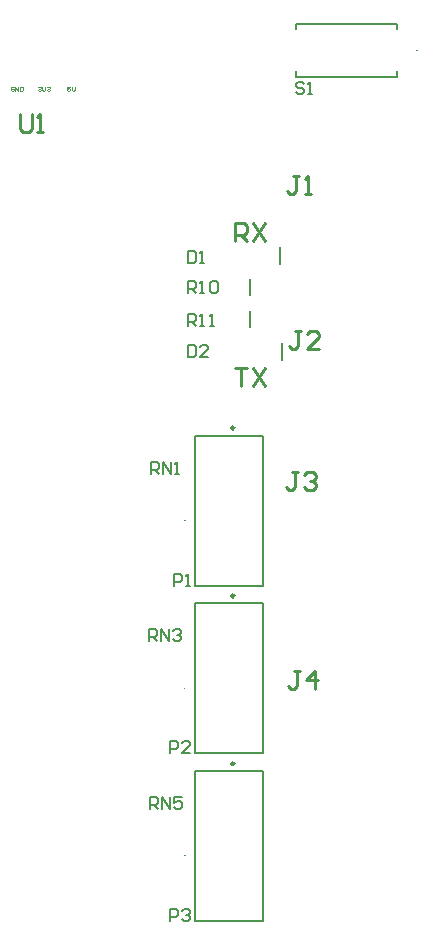
<source format=gbr>
G04*
G04 #@! TF.GenerationSoftware,Altium Limited,Altium Designer,24.3.1 (35)*
G04*
G04 Layer_Color=65535*
%FSLAX25Y25*%
%MOIN*%
G70*
G04*
G04 #@! TF.SameCoordinates,A7121B57-4D76-4085-BD87-85E80D54BB1B*
G04*
G04*
G04 #@! TF.FilePolarity,Positive*
G04*
G01*
G75*
%ADD10C,0.00394*%
%ADD11C,0.00984*%
%ADD12C,0.00787*%
%ADD13C,0.00400*%
%ADD14C,0.01000*%
%ADD15C,0.00800*%
%ADD16R,0.00787X0.05906*%
D10*
X69154Y152400D02*
G03*
X69548Y152400I197J0D01*
G01*
D02*
G03*
X69154Y152400I-197J0D01*
G01*
X-7807Y-60241D02*
G03*
X-8201Y-60241I-197J0D01*
G01*
D02*
G03*
X-7807Y-60241I197J0D01*
G01*
Y-116191D02*
G03*
X-8201Y-116191I-197J0D01*
G01*
D02*
G03*
X-7807Y-116191I197J0D01*
G01*
Y-4291D02*
G03*
X-8201Y-4291I-197J0D01*
G01*
D02*
G03*
X-7807Y-4291I197J0D01*
G01*
D11*
X8500Y-85433D02*
G03*
X8500Y-85433I-500J0D01*
G01*
Y-29483D02*
G03*
X8500Y-29483I-500J0D01*
G01*
Y26467D02*
G03*
X8500Y26467I-500J0D01*
G01*
D12*
X62855Y159290D02*
Y161258D01*
X28997D02*
X62855D01*
X28997Y159290D02*
Y161258D01*
X62855Y143542D02*
Y145510D01*
X28997Y143542D02*
X62855D01*
X28997D02*
Y145510D01*
X-4520Y-138000D02*
X18000D01*
Y-88000D01*
X-4520D02*
X18000D01*
X-4520Y-138000D02*
Y-88000D01*
Y-82050D02*
X18000D01*
Y-32050D01*
X-4520D02*
X18000D01*
X-4520Y-82050D02*
Y-32050D01*
Y-26100D02*
Y23900D01*
X18000D01*
Y-26100D02*
Y23900D01*
X-4520Y-26100D02*
X18000D01*
X13610Y59971D02*
Y65483D01*
X13610Y70604D02*
Y76117D01*
D13*
X-46250Y140199D02*
X-47250D01*
Y139450D01*
X-46750Y139700D01*
X-46500D01*
X-46250Y139450D01*
Y138950D01*
X-46500Y138700D01*
X-47000D01*
X-47250Y138950D01*
X-45750Y140199D02*
Y139200D01*
X-45250Y138700D01*
X-44750Y139200D01*
Y140199D01*
X-56999Y139950D02*
X-56749Y140199D01*
X-56250D01*
X-56000Y139950D01*
Y139700D01*
X-56250Y139450D01*
X-56499D01*
X-56250D01*
X-56000Y139200D01*
Y138950D01*
X-56250Y138700D01*
X-56749D01*
X-56999Y138950D01*
X-55500Y140199D02*
Y139200D01*
X-55000Y138700D01*
X-54500Y139200D01*
Y140199D01*
X-54000Y139950D02*
X-53750Y140199D01*
X-53251D01*
X-53001Y139950D01*
Y139700D01*
X-53251Y139450D01*
X-53500D01*
X-53251D01*
X-53001Y139200D01*
Y138950D01*
X-53251Y138700D01*
X-53750D01*
X-54000Y138950D01*
X-65000Y139950D02*
X-65250Y140199D01*
X-65749D01*
X-65999Y139950D01*
Y138950D01*
X-65749Y138700D01*
X-65250D01*
X-65000Y138950D01*
Y139450D01*
X-65500D01*
X-64500Y138700D02*
Y140199D01*
X-63500Y138700D01*
Y140199D01*
X-63000D02*
Y138700D01*
X-62251D01*
X-62001Y138950D01*
Y139950D01*
X-62251Y140199D01*
X-63000D01*
D14*
X8800Y46498D02*
X12799D01*
X10799D01*
Y40500D01*
X14798Y46498D02*
X18797Y40500D01*
Y46498D02*
X14798Y40500D01*
X8800Y88600D02*
Y94598D01*
X11799D01*
X12799Y93598D01*
Y91599D01*
X11799Y90599D01*
X8800D01*
X10799D02*
X12799Y88600D01*
X14798Y94598D02*
X18797Y88600D01*
Y94598D02*
X14798Y88600D01*
X-63099Y130999D02*
Y126001D01*
X-62099Y125001D01*
X-60100D01*
X-59100Y126001D01*
Y130999D01*
X-57101Y125001D02*
X-55101D01*
X-56101D01*
Y130999D01*
X-57101Y129999D01*
X30300Y-54601D02*
X28301D01*
X29301D01*
Y-59599D01*
X28301Y-60599D01*
X27301D01*
X26302Y-59599D01*
X35299Y-60599D02*
Y-54601D01*
X32300Y-57600D01*
X36298D01*
X29800Y11899D02*
X27801D01*
X28801D01*
Y6901D01*
X27801Y5901D01*
X26801D01*
X25802Y6901D01*
X31800Y10899D02*
X32799Y11899D01*
X34799D01*
X35798Y10899D01*
Y9900D01*
X34799Y8900D01*
X33799D01*
X34799D01*
X35798Y7900D01*
Y6901D01*
X34799Y5901D01*
X32799D01*
X31800Y6901D01*
X30710Y58699D02*
X28710D01*
X29710D01*
Y53701D01*
X28710Y52701D01*
X27711D01*
X26711Y53701D01*
X36708Y52701D02*
X32709D01*
X36708Y56700D01*
Y57699D01*
X35708Y58699D01*
X33709D01*
X32709Y57699D01*
X30209Y110499D02*
X28210D01*
X29210D01*
Y105501D01*
X28210Y104501D01*
X27210D01*
X26211Y105501D01*
X32209Y104501D02*
X34208D01*
X33209D01*
Y110499D01*
X32209Y109499D01*
D15*
X31700Y141033D02*
X31034Y141699D01*
X29701D01*
X29034Y141033D01*
Y140366D01*
X29701Y139700D01*
X31034D01*
X31700Y139033D01*
Y138367D01*
X31034Y137701D01*
X29701D01*
X29034Y138367D01*
X33033Y137701D02*
X34366D01*
X33699D01*
Y141699D01*
X33033Y141033D01*
X-6898Y60501D02*
Y64499D01*
X-4899D01*
X-4233Y63833D01*
Y62500D01*
X-4899Y61834D01*
X-6898D01*
X-5565D02*
X-4233Y60501D01*
X-2900D02*
X-1567D01*
X-2233D01*
Y64499D01*
X-2900Y63833D01*
X433Y60501D02*
X1766D01*
X1099D01*
Y64499D01*
X433Y63833D01*
X-6898Y71301D02*
Y75299D01*
X-4899D01*
X-4233Y74633D01*
Y73300D01*
X-4899Y72634D01*
X-6898D01*
X-5565D02*
X-4233Y71301D01*
X-2900D02*
X-1567D01*
X-2233D01*
Y75299D01*
X-2900Y74633D01*
X433D02*
X1099Y75299D01*
X2432D01*
X3098Y74633D01*
Y71967D01*
X2432Y71301D01*
X1099D01*
X433Y71967D01*
Y74633D01*
X-13032Y-137999D02*
Y-134001D01*
X-11033D01*
X-10367Y-134667D01*
Y-136000D01*
X-11033Y-136667D01*
X-13032D01*
X-9033Y-134667D02*
X-8367Y-134001D01*
X-7034D01*
X-6368Y-134667D01*
Y-135334D01*
X-7034Y-136000D01*
X-7701D01*
X-7034D01*
X-6368Y-136667D01*
Y-137333D01*
X-7034Y-137999D01*
X-8367D01*
X-9033Y-137333D01*
X-13032Y-81999D02*
Y-78001D01*
X-11033D01*
X-10367Y-78667D01*
Y-80000D01*
X-11033Y-80666D01*
X-13032D01*
X-6368Y-81999D02*
X-9033D01*
X-6368Y-79334D01*
Y-78667D01*
X-7034Y-78001D01*
X-8367D01*
X-9033Y-78667D01*
X-11666Y-26099D02*
Y-22101D01*
X-9667D01*
X-9000Y-22767D01*
Y-24100D01*
X-9667Y-24767D01*
X-11666D01*
X-7667Y-26099D02*
X-6334D01*
X-7001D01*
Y-22101D01*
X-7667Y-22767D01*
X-19932Y-44716D02*
Y-40717D01*
X-17932D01*
X-17266Y-41384D01*
Y-42717D01*
X-17932Y-43383D01*
X-19932D01*
X-18599D02*
X-17266Y-44716D01*
X-15933D02*
Y-40717D01*
X-13267Y-44716D01*
Y-40717D01*
X-11934Y-41384D02*
X-11268Y-40717D01*
X-9935D01*
X-9268Y-41384D01*
Y-42050D01*
X-9935Y-42717D01*
X-10601D01*
X-9935D01*
X-9268Y-43383D01*
Y-44049D01*
X-9935Y-44716D01*
X-11268D01*
X-11934Y-44049D01*
X-19632Y-100566D02*
Y-96567D01*
X-17632D01*
X-16966Y-97234D01*
Y-98567D01*
X-17632Y-99233D01*
X-19632D01*
X-18299D02*
X-16966Y-100566D01*
X-15633D02*
Y-96567D01*
X-12967Y-100566D01*
Y-96567D01*
X-8968D02*
X-11634D01*
Y-98567D01*
X-10301Y-97900D01*
X-9635D01*
X-8968Y-98567D01*
Y-99899D01*
X-9635Y-100566D01*
X-10968D01*
X-11634Y-99899D01*
X-19116Y11259D02*
Y15258D01*
X-17116D01*
X-16450Y14592D01*
Y13259D01*
X-17116Y12592D01*
X-19116D01*
X-17783D02*
X-16450Y11259D01*
X-15117D02*
Y15258D01*
X-12451Y11259D01*
Y15258D01*
X-11118Y11259D02*
X-9785D01*
X-10452D01*
Y15258D01*
X-11118Y14592D01*
X-6898Y54199D02*
Y50201D01*
X-4899D01*
X-4233Y50867D01*
Y53533D01*
X-4899Y54199D01*
X-6898D01*
X-234Y50201D02*
X-2900D01*
X-234Y52866D01*
Y53533D01*
X-900Y54199D01*
X-2233D01*
X-2900Y53533D01*
X-6898Y85499D02*
Y81501D01*
X-4899D01*
X-4233Y82167D01*
Y84833D01*
X-4899Y85499D01*
X-6898D01*
X-2900Y81501D02*
X-1567D01*
X-2233D01*
Y85499D01*
X-2900Y84833D01*
D16*
X24336Y51702D02*
D03*
X23648Y83603D02*
D03*
M02*

</source>
